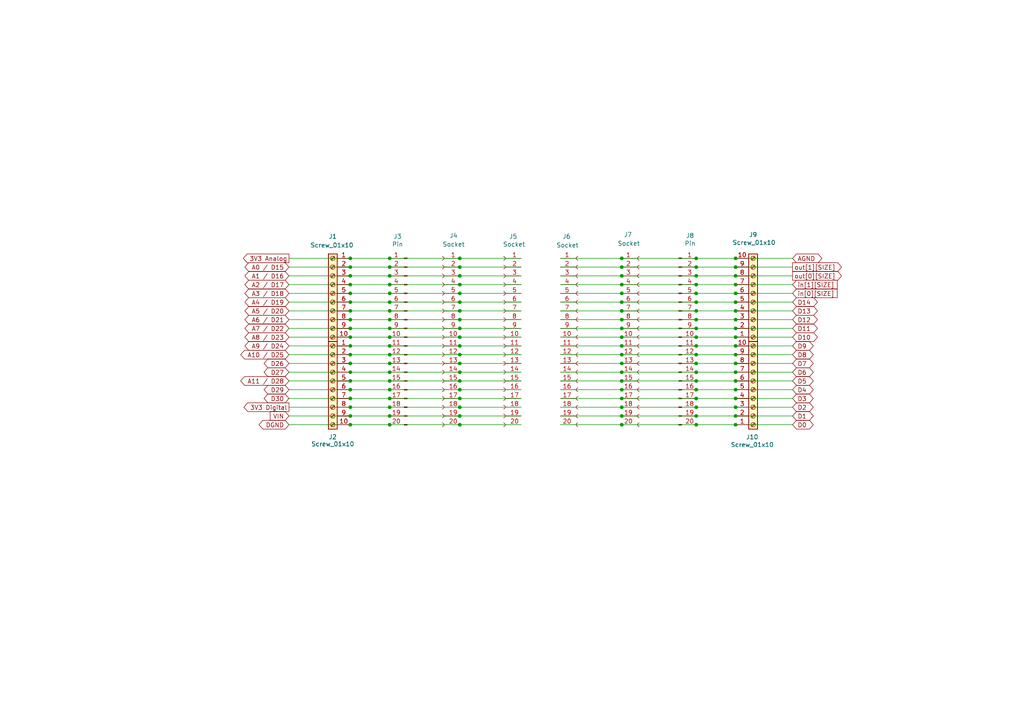
<source format=kicad_sch>
(kicad_sch (version 20250114) (generator "eeschema") (generator_version "9.0")
  (paper "A4")
  (title_block (title "Charge-Seed-Breakout") (date "2025-09-03") (rev "0.1") (company "clectric.diy") (comment 1 "Charles H. Leggett"))
  (lib_symbols
    (symbol "Connector:Conn_01x20_Pin" (pin_names (offset 1.016) (hide yes))
      (property "Reference" "J" (at 0 25.4 0))
      (property "Value" "Conn_01x20_Pin" (at 0 -27.94 0))
      (symbol "Conn_01x20_Pin_1_1"
        (rectangle (start 0.8636 22.987) (end 0 22.733) (stroke (width 0.1524)) (fill (type outline)))
        (rectangle (start 0.8636 20.447) (end 0 20.193) (stroke (width 0.1524)) (fill (type outline)))
        (rectangle (start 0.8636 17.907) (end 0 17.653) (stroke (width 0.1524)) (fill (type outline)))
        (rectangle (start 0.8636 15.367) (end 0 15.113) (stroke (width 0.1524)) (fill (type outline)))
        (rectangle (start 0.8636 12.827) (end 0 12.573) (stroke (width 0.1524)) (fill (type outline)))
        (rectangle (start 0.8636 10.287) (end 0 10.033) (stroke (width 0.1524)) (fill (type outline)))
        (rectangle (start 0.8636 7.747) (end 0 7.493) (stroke (width 0.1524)) (fill (type outline)))
        (rectangle (start 0.8636 5.207) (end 0 4.953) (stroke (width 0.1524)) (fill (type outline)))
        (rectangle (start 0.8636 2.667) (end 0 2.413) (stroke (width 0.1524)) (fill (type outline)))
        (rectangle (start 0.8636 0.127) (end 0 -0.127) (stroke (width 0.1524)) (fill (type outline)))
        (rectangle (start 0.8636 -2.413) (end 0 -2.667) (stroke (width 0.1524)) (fill (type outline)))
        (rectangle (start 0.8636 -4.953) (end 0 -5.207) (stroke (width 0.1524)) (fill (type outline)))
        (rectangle (start 0.8636 -7.493) (end 0 -7.747) (stroke (width 0.1524)) (fill (type outline)))
        (rectangle (start 0.8636 -10.033) (end 0 -10.287) (stroke (width 0.1524)) (fill (type outline)))
        (rectangle (start 0.8636 -12.573) (end 0 -12.827) (stroke (width 0.1524)) (fill (type outline)))
        (rectangle (start 0.8636 -15.113) (end 0 -15.367) (stroke (width 0.1524)) (fill (type outline)))
        (rectangle (start 0.8636 -17.653) (end 0 -17.907) (stroke (width 0.1524)) (fill (type outline)))
        (rectangle (start 0.8636 -20.193) (end 0 -20.447) (stroke (width 0.1524)) (fill (type outline)))
        (rectangle (start 0.8636 -22.733) (end 0 -22.987) (stroke (width 0.1524)) (fill (type outline)))
        (rectangle (start 0.8636 -25.273) (end 0 -25.527) (stroke (width 0.1524)) (fill (type outline)))
        (polyline (pts (xy 1.27 22.86) (xy 0.8636 22.86)) (stroke (width 0.1524)))
        (polyline (pts (xy 1.27 20.32) (xy 0.8636 20.32)) (stroke (width 0.1524)))
        (polyline (pts (xy 1.27 17.78) (xy 0.8636 17.78)) (stroke (width 0.1524)))
        (polyline (pts (xy 1.27 15.24) (xy 0.8636 15.24)) (stroke (width 0.1524)))
        (polyline (pts (xy 1.27 12.7) (xy 0.8636 12.7)) (stroke (width 0.1524)))
        (polyline (pts (xy 1.27 10.16) (xy 0.8636 10.16)) (stroke (width 0.1524)))
        (polyline (pts (xy 1.27 7.62) (xy 0.8636 7.62)) (stroke (width 0.1524)))
        (polyline (pts (xy 1.27 5.08) (xy 0.8636 5.08)) (stroke (width 0.1524)))
        (polyline (pts (xy 1.27 2.54) (xy 0.8636 2.54)) (stroke (width 0.1524)))
        (polyline (pts (xy 1.27 0) (xy 0.8636 0)) (stroke (width 0.1524)))
        (polyline (pts (xy 1.27 -2.54) (xy 0.8636 -2.54)) (stroke (width 0.1524)))
        (polyline (pts (xy 1.27 -5.08) (xy 0.8636 -5.08)) (stroke (width 0.1524)))
        (polyline (pts (xy 1.27 -7.62) (xy 0.8636 -7.62)) (stroke (width 0.1524)))
        (polyline (pts (xy 1.27 -10.16) (xy 0.8636 -10.16)) (stroke (width 0.1524)))
        (polyline (pts (xy 1.27 -12.7) (xy 0.8636 -12.7)) (stroke (width 0.1524)))
        (polyline (pts (xy 1.27 -15.24) (xy 0.8636 -15.24)) (stroke (width 0.1524)))
        (polyline (pts (xy 1.27 -17.78) (xy 0.8636 -17.78)) (stroke (width 0.1524)))
        (polyline (pts (xy 1.27 -20.32) (xy 0.8636 -20.32)) (stroke (width 0.1524)))
        (polyline (pts (xy 1.27 -22.86) (xy 0.8636 -22.86)) (stroke (width 0.1524)))
        (polyline (pts (xy 1.27 -25.4) (xy 0.8636 -25.4)) (stroke (width 0.1524)))
        (pin passive line (at 5.08 22.86 180) (length 3.81) (name "Pin_1") (number "1"))
        (pin passive line (at 5.08 20.32 180) (length 3.81) (name "Pin_2") (number "2"))
        (pin passive line (at 5.08 17.78 180) (length 3.81) (name "Pin_3") (number "3"))
        (pin passive line (at 5.08 15.24 180) (length 3.81) (name "Pin_4") (number "4"))
        (pin passive line (at 5.08 12.7 180) (length 3.81) (name "Pin_5") (number "5"))
        (pin passive line (at 5.08 10.16 180) (length 3.81) (name "Pin_6") (number "6"))
        (pin passive line (at 5.08 7.62 180) (length 3.81) (name "Pin_7") (number "7"))
        (pin passive line (at 5.08 5.08 180) (length 3.81) (name "Pin_8") (number "8"))
        (pin passive line (at 5.08 2.54 180) (length 3.81) (name "Pin_9") (number "9"))
        (pin passive line (at 5.08 0 180) (length 3.81) (name "Pin_10") (number "10"))
        (pin passive line (at 5.08 -2.54 180) (length 3.81) (name "Pin_11") (number "11"))
        (pin passive line (at 5.08 -5.08 180) (length 3.81) (name "Pin_12") (number "12"))
        (pin passive line (at 5.08 -7.62 180) (length 3.81) (name "Pin_13") (number "13"))
        (pin passive line (at 5.08 -10.16 180) (length 3.81) (name "Pin_14") (number "14"))
        (pin passive line (at 5.08 -12.7 180) (length 3.81) (name "Pin_15") (number "15"))
        (pin passive line (at 5.08 -15.24 180) (length 3.81) (name "Pin_16") (number "16"))
        (pin passive line (at 5.08 -17.78 180) (length 3.81) (name "Pin_17") (number "17"))
        (pin passive line (at 5.08 -20.32 180) (length 3.81) (name "Pin_18") (number "18"))
        (pin passive line (at 5.08 -22.86 180) (length 3.81) (name "Pin_19") (number "19"))
        (pin passive line (at 5.08 -25.4 180) (length 3.81) (name "Pin_20") (number "20"))
      )
    )
    (symbol "Connector:Conn_01x20_Socket" (pin_names (offset 1.016) (hide yes))
      (property "Reference" "J" (at 0 25.4 0))
      (property "Value" "Conn_01x20_Socket" (at 0 -27.94 0))
      (symbol "Conn_01x20_Socket_1_1"
        (polyline (pts (xy -1.27 22.86) (xy -0.508 22.86)) (stroke (width 0.1524)))
        (polyline (pts (xy -1.27 20.32) (xy -0.508 20.32)) (stroke (width 0.1524)))
        (polyline (pts (xy -1.27 17.78) (xy -0.508 17.78)) (stroke (width 0.1524)))
        (polyline (pts (xy -1.27 15.24) (xy -0.508 15.24)) (stroke (width 0.1524)))
        (polyline (pts (xy -1.27 12.7) (xy -0.508 12.7)) (stroke (width 0.1524)))
        (polyline (pts (xy -1.27 10.16) (xy -0.508 10.16)) (stroke (width 0.1524)))
        (polyline (pts (xy -1.27 7.62) (xy -0.508 7.62)) (stroke (width 0.1524)))
        (polyline (pts (xy -1.27 5.08) (xy -0.508 5.08)) (stroke (width 0.1524)))
        (polyline (pts (xy -1.27 2.54) (xy -0.508 2.54)) (stroke (width 0.1524)))
        (polyline (pts (xy -1.27 0) (xy -0.508 0)) (stroke (width 0.1524)))
        (polyline (pts (xy -1.27 -2.54) (xy -0.508 -2.54)) (stroke (width 0.1524)))
        (polyline (pts (xy -1.27 -5.08) (xy -0.508 -5.08)) (stroke (width 0.1524)))
        (polyline (pts (xy -1.27 -7.62) (xy -0.508 -7.62)) (stroke (width 0.1524)))
        (polyline (pts (xy -1.27 -10.16) (xy -0.508 -10.16)) (stroke (width 0.1524)))
        (polyline (pts (xy -1.27 -12.7) (xy -0.508 -12.7)) (stroke (width 0.1524)))
        (polyline (pts (xy -1.27 -15.24) (xy -0.508 -15.24)) (stroke (width 0.1524)))
        (polyline (pts (xy -1.27 -17.78) (xy -0.508 -17.78)) (stroke (width 0.1524)))
        (polyline (pts (xy -1.27 -20.32) (xy -0.508 -20.32)) (stroke (width 0.1524)))
        (polyline (pts (xy -1.27 -22.86) (xy -0.508 -22.86)) (stroke (width 0.1524)))
        (polyline (pts (xy -1.27 -25.4) (xy -0.508 -25.4)) (stroke (width 0.1524)))
        (arc (start 0 22.352) (mid -0.5058 22.86) (end 0 23.368) (stroke (width 0.1524)))
        (arc (start 0 19.812) (mid -0.5058 20.32) (end 0 20.828) (stroke (width 0.1524)))
        (arc (start 0 17.272) (mid -0.5058 17.78) (end 0 18.288) (stroke (width 0.1524)))
        (arc (start 0 14.732) (mid -0.5058 15.24) (end 0 15.748) (stroke (width 0.1524)))
        (arc (start 0 12.192) (mid -0.5058 12.7) (end 0 13.208) (stroke (width 0.1524)))
        (arc (start 0 9.652) (mid -0.5058 10.16) (end 0 10.668) (stroke (width 0.1524)))
        (arc (start 0 7.112) (mid -0.5058 7.62) (end 0 8.128) (stroke (width 0.1524)))
        (arc (start 0 4.572) (mid -0.5058 5.08) (end 0 5.588) (stroke (width 0.1524)))
        (arc (start 0 2.032) (mid -0.5058 2.54) (end 0 3.048) (stroke (width 0.1524)))
        (arc (start 0 -0.508) (mid -0.5058 0) (end 0 0.508) (stroke (width 0.1524)))
        (arc (start 0 -3.048) (mid -0.5058 -2.54) (end 0 -2.032) (stroke (width 0.1524)))
        (arc (start 0 -5.588) (mid -0.5058 -5.08) (end 0 -4.572) (stroke (width 0.1524)))
        (arc (start 0 -8.128) (mid -0.5058 -7.62) (end 0 -7.112) (stroke (width 0.1524)))
        (arc (start 0 -10.668) (mid -0.5058 -10.16) (end 0 -9.652) (stroke (width 0.1524)))
        (arc (start 0 -13.208) (mid -0.5058 -12.7) (end 0 -12.192) (stroke (width 0.1524)))
        (arc (start 0 -15.748) (mid -0.5058 -15.24) (end 0 -14.732) (stroke (width 0.1524)))
        (arc (start 0 -18.288) (mid -0.5058 -17.78) (end 0 -17.272) (stroke (width 0.1524)))
        (arc (start 0 -20.828) (mid -0.5058 -20.32) (end 0 -19.812) (stroke (width 0.1524)))
        (arc (start 0 -23.368) (mid -0.5058 -22.86) (end 0 -22.352) (stroke (width 0.1524)))
        (arc (start 0 -25.908) (mid -0.5058 -25.4) (end 0 -24.892) (stroke (width 0.1524)))
        (pin passive line (at -5.08 22.86 0) (length 3.81) (name "Pin_1") (number "1"))
        (pin passive line (at -5.08 20.32 0) (length 3.81) (name "Pin_2") (number "2"))
        (pin passive line (at -5.08 17.78 0) (length 3.81) (name "Pin_3") (number "3"))
        (pin passive line (at -5.08 15.24 0) (length 3.81) (name "Pin_4") (number "4"))
        (pin passive line (at -5.08 12.7 0) (length 3.81) (name "Pin_5") (number "5"))
        (pin passive line (at -5.08 10.16 0) (length 3.81) (name "Pin_6") (number "6"))
        (pin passive line (at -5.08 7.62 0) (length 3.81) (name "Pin_7") (number "7"))
        (pin passive line (at -5.08 5.08 0) (length 3.81) (name "Pin_8") (number "8"))
        (pin passive line (at -5.08 2.54 0) (length 3.81) (name "Pin_9") (number "9"))
        (pin passive line (at -5.08 0 0) (length 3.81) (name "Pin_10") (number "10"))
        (pin passive line (at -5.08 -2.54 0) (length 3.81) (name "Pin_11") (number "11"))
        (pin passive line (at -5.08 -5.08 0) (length 3.81) (name "Pin_12") (number "12"))
        (pin passive line (at -5.08 -7.62 0) (length 3.81) (name "Pin_13") (number "13"))
        (pin passive line (at -5.08 -10.16 0) (length 3.81) (name "Pin_14") (number "14"))
        (pin passive line (at -5.08 -12.7 0) (length 3.81) (name "Pin_15") (number "15"))
        (pin passive line (at -5.08 -15.24 0) (length 3.81) (name "Pin_16") (number "16"))
        (pin passive line (at -5.08 -17.78 0) (length 3.81) (name "Pin_17") (number "17"))
        (pin passive line (at -5.08 -20.32 0) (length 3.81) (name "Pin_18") (number "18"))
        (pin passive line (at -5.08 -22.86 0) (length 3.81) (name "Pin_19") (number "19"))
        (pin passive line (at -5.08 -25.4 0) (length 3.81) (name "Pin_20") (number "20"))
      )
    )
    (symbol "Connector:Screw_Terminal_01x10" (pin_names (offset 1.016) (hide yes))
      (property "Reference" "J" (at 0 12.7 0))
      (property "Value" "Screw_Terminal_01x10" (at 0 -15.24 0))
      (symbol "Screw_Terminal_01x10_1_1"
        (rectangle (start -1.27 11.43) (end 1.27 -13.97) (stroke (width 0.254)) (fill (type background)))
        (polyline (pts (xy -0.5334 10.4902) (xy 0.3302 9.652)) (stroke (width 0.1524)))
        (polyline (pts (xy -0.5334 7.9502) (xy 0.3302 7.112)) (stroke (width 0.1524)))
        (polyline (pts (xy -0.5334 5.4102) (xy 0.3302 4.572)) (stroke (width 0.1524)))
        (polyline (pts (xy -0.5334 2.8702) (xy 0.3302 2.032)) (stroke (width 0.1524)))
        (polyline (pts (xy -0.5334 0.3302) (xy 0.3302 -0.508)) (stroke (width 0.1524)))
        (polyline (pts (xy -0.5334 -2.2098) (xy 0.3302 -3.048)) (stroke (width 0.1524)))
        (polyline (pts (xy -0.5334 -4.7498) (xy 0.3302 -5.588)) (stroke (width 0.1524)))
        (polyline (pts (xy -0.5334 -7.2898) (xy 0.3302 -8.128)) (stroke (width 0.1524)))
        (polyline (pts (xy -0.5334 -9.8298) (xy 0.3302 -10.668)) (stroke (width 0.1524)))
        (polyline (pts (xy -0.5334 -12.3698) (xy 0.3302 -13.208)) (stroke (width 0.1524)))
        (polyline (pts (xy -0.3556 10.668) (xy 0.508 9.8298)) (stroke (width 0.1524)))
        (polyline (pts (xy -0.3556 8.128) (xy 0.508 7.2898)) (stroke (width 0.1524)))
        (polyline (pts (xy -0.3556 5.588) (xy 0.508 4.7498)) (stroke (width 0.1524)))
        (polyline (pts (xy -0.3556 3.048) (xy 0.508 2.2098)) (stroke (width 0.1524)))
        (polyline (pts (xy -0.3556 0.508) (xy 0.508 -0.3302)) (stroke (width 0.1524)))
        (polyline (pts (xy -0.3556 -2.032) (xy 0.508 -2.8702)) (stroke (width 0.1524)))
        (polyline (pts (xy -0.3556 -4.572) (xy 0.508 -5.4102)) (stroke (width 0.1524)))
        (polyline (pts (xy -0.3556 -7.112) (xy 0.508 -7.9502)) (stroke (width 0.1524)))
        (polyline (pts (xy -0.3556 -9.652) (xy 0.508 -10.4902)) (stroke (width 0.1524)))
        (polyline (pts (xy -0.3556 -12.192) (xy 0.508 -13.0302)) (stroke (width 0.1524)))
        (circle (center 0 10.16) (radius 0.635) (stroke (width 0.1524)))
        (circle (center 0 7.62) (radius 0.635) (stroke (width 0.1524)))
        (circle (center 0 5.08) (radius 0.635) (stroke (width 0.1524)))
        (circle (center 0 2.54) (radius 0.635) (stroke (width 0.1524)))
        (circle (center 0 0) (radius 0.635) (stroke (width 0.1524)))
        (circle (center 0 -2.54) (radius 0.635) (stroke (width 0.1524)))
        (circle (center 0 -5.08) (radius 0.635) (stroke (width 0.1524)))
        (circle (center 0 -7.62) (radius 0.635) (stroke (width 0.1524)))
        (circle (center 0 -10.16) (radius 0.635) (stroke (width 0.1524)))
        (circle (center 0 -12.7) (radius 0.635) (stroke (width 0.1524)))
        (pin passive line (at -5.08 10.16 0) (length 3.81) (name "Pin_1") (number "1"))
        (pin passive line (at -5.08 7.62 0) (length 3.81) (name "Pin_2") (number "2"))
        (pin passive line (at -5.08 5.08 0) (length 3.81) (name "Pin_3") (number "3"))
        (pin passive line (at -5.08 2.54 0) (length 3.81) (name "Pin_4") (number "4"))
        (pin passive line (at -5.08 0 0) (length 3.81) (name "Pin_5") (number "5"))
        (pin passive line (at -5.08 -2.54 0) (length 3.81) (name "Pin_6") (number "6"))
        (pin passive line (at -5.08 -5.08 0) (length 3.81) (name "Pin_7") (number "7"))
        (pin passive line (at -5.08 -7.62 0) (length 3.81) (name "Pin_8") (number "8"))
        (pin passive line (at -5.08 -10.16 0) (length 3.81) (name "Pin_9") (number "9"))
        (pin passive line (at -5.08 -12.7 0) (length 3.81) (name "Pin_10") (number "10"))
      )
    )
  )
  (junction (at 133.35 118.11))
  (junction (at 213.36 115.57))
  (junction (at 213.36 74.93))
  (junction (at 180.34 85.09))
  (junction (at 213.36 100.33))
  (junction (at 113.03 107.95))
  (junction (at 213.36 110.49))
  (junction (at 180.34 90.17))
  (junction (at 113.03 118.11))
  (junction (at 180.34 92.71))
  (junction (at 201.93 74.93))
  (junction (at 213.36 105.41))
  (junction (at 201.93 90.17))
  (junction (at 113.03 115.57))
  (junction (at 101.6 90.17))
  (junction (at 113.03 123.19))
  (junction (at 201.93 120.65))
  (junction (at 113.03 113.03))
  (junction (at 201.93 107.95))
  (junction (at 113.03 110.49))
  (junction (at 213.36 118.11))
  (junction (at 180.34 82.55))
  (junction (at 201.93 100.33))
  (junction (at 133.35 74.93))
  (junction (at 213.36 97.79))
  (junction (at 201.93 123.19))
  (junction (at 101.6 80.01))
  (junction (at 101.6 118.11))
  (junction (at 201.93 92.71))
  (junction (at 133.35 82.55))
  (junction (at 180.34 123.19))
  (junction (at 180.34 118.11))
  (junction (at 201.93 82.55))
  (junction (at 101.6 92.71))
  (junction (at 101.6 77.47))
  (junction (at 180.34 77.47))
  (junction (at 113.03 87.63))
  (junction (at 101.6 87.63))
  (junction (at 180.34 74.93))
  (junction (at 101.6 97.79))
  (junction (at 180.34 105.41))
  (junction (at 201.93 113.03))
  (junction (at 113.03 74.93))
  (junction (at 201.93 95.25))
  (junction (at 201.93 105.41))
  (junction (at 101.6 123.19))
  (junction (at 101.6 102.87))
  (junction (at 180.34 87.63))
  (junction (at 133.35 80.01))
  (junction (at 213.36 77.47))
  (junction (at 133.35 105.41))
  (junction (at 133.35 77.47))
  (junction (at 101.6 110.49))
  (junction (at 180.34 120.65))
  (junction (at 101.6 105.41))
  (junction (at 113.03 90.17))
  (junction (at 213.36 87.63))
  (junction (at 213.36 82.55))
  (junction (at 101.6 120.65))
  (junction (at 133.35 113.03))
  (junction (at 113.03 97.79))
  (junction (at 213.36 85.09))
  (junction (at 213.36 102.87))
  (junction (at 213.36 123.19))
  (junction (at 113.03 105.41))
  (junction (at 180.34 110.49))
  (junction (at 133.35 90.17))
  (junction (at 213.36 80.01))
  (junction (at 133.35 102.87))
  (junction (at 201.93 102.87))
  (junction (at 201.93 118.11))
  (junction (at 101.6 115.57))
  (junction (at 180.34 115.57))
  (junction (at 101.6 82.55))
  (junction (at 101.6 113.03))
  (junction (at 201.93 85.09))
  (junction (at 180.34 95.25))
  (junction (at 133.35 100.33))
  (junction (at 180.34 100.33))
  (junction (at 213.36 90.17))
  (junction (at 101.6 85.09))
  (junction (at 213.36 107.95))
  (junction (at 133.35 97.79))
  (junction (at 133.35 92.71))
  (junction (at 133.35 115.57))
  (junction (at 113.03 80.01))
  (junction (at 201.93 97.79))
  (junction (at 213.36 113.03))
  (junction (at 133.35 110.49))
  (junction (at 133.35 85.09))
  (junction (at 213.36 120.65))
  (junction (at 113.03 82.55))
  (junction (at 201.93 115.57))
  (junction (at 180.34 113.03))
  (junction (at 133.35 87.63))
  (junction (at 113.03 95.25))
  (junction (at 213.36 95.25))
  (junction (at 180.34 80.01))
  (junction (at 201.93 110.49))
  (junction (at 113.03 77.47))
  (junction (at 113.03 120.65))
  (junction (at 113.03 100.33))
  (junction (at 101.6 100.33))
  (junction (at 180.34 107.95))
  (junction (at 201.93 87.63))
  (junction (at 101.6 74.93))
  (junction (at 201.93 77.47))
  (junction (at 101.6 95.25))
  (junction (at 133.35 95.25))
  (junction (at 201.93 80.01))
  (junction (at 113.03 85.09))
  (junction (at 213.36 92.71))
  (junction (at 133.35 107.95))
  (junction (at 133.35 120.65))
  (junction (at 113.03 102.87))
  (junction (at 180.34 97.79))
  (junction (at 101.6 107.95))
  (junction (at 180.34 102.87))
  (junction (at 133.35 123.19))
  (junction (at 113.03 92.71))
  (wire (pts (xy 213.36 77.47) (xy 201.93 77.47)))
  (wire (pts (xy 213.36 118.11) (xy 229.87 118.11)))
  (wire (pts (xy 101.6 120.65) (xy 113.03 120.65)))
  (wire (pts (xy 201.93 102.87) (xy 213.36 102.87)))
  (wire (pts (xy 201.93 90.17) (xy 180.34 90.17)))
  (wire (pts (xy 162.56 95.25) (xy 180.34 95.25)))
  (wire (pts (xy 101.6 90.17) (xy 113.03 90.17)))
  (wire (pts (xy 113.03 90.17) (xy 133.35 90.17)))
  (wire (pts (xy 133.35 105.41) (xy 151.13 105.41)))
  (wire (pts (xy 133.35 115.57) (xy 151.13 115.57)))
  (wire (pts (xy 133.35 92.71) (xy 151.13 92.71)))
  (wire (pts (xy 162.56 100.33) (xy 180.34 100.33)))
  (wire (pts (xy 101.6 115.57) (xy 113.03 115.57)))
  (wire (pts (xy 201.93 105.41) (xy 180.34 105.41)))
  (wire (pts (xy 201.93 123.19) (xy 213.36 123.19)))
  (wire (pts (xy 133.35 100.33) (xy 151.13 100.33)))
  (wire (pts (xy 213.36 92.71) (xy 201.93 92.71)))
  (wire (pts (xy 180.34 115.57) (xy 201.93 115.57)))
  (wire (pts (xy 83.82 82.55) (xy 101.6 82.55)))
  (wire (pts (xy 133.35 120.65) (xy 151.13 120.65)))
  (wire (pts (xy 201.93 110.49) (xy 180.34 110.49)))
  (wire (pts (xy 180.34 123.19) (xy 201.93 123.19)))
  (wire (pts (xy 180.34 80.01) (xy 201.93 80.01)))
  (wire (pts (xy 180.34 77.47) (xy 201.93 77.47)))
  (wire (pts (xy 113.03 74.93) (xy 133.35 74.93)))
  (wire (pts (xy 162.56 107.95) (xy 180.34 107.95)))
  (wire (pts (xy 83.82 90.17) (xy 101.6 90.17)))
  (wire (pts (xy 113.03 118.11) (xy 133.35 118.11)))
  (wire (pts (xy 201.93 74.93) (xy 213.36 74.93)))
  (wire (pts (xy 133.35 77.47) (xy 151.13 77.47)))
  (wire (pts (xy 180.34 120.65) (xy 201.93 120.65)))
  (wire (pts (xy 213.36 100.33) (xy 229.87 100.33)))
  (wire (pts (xy 113.03 105.41) (xy 133.35 105.41)))
  (wire (pts (xy 101.6 105.41) (xy 113.03 105.41)))
  (wire (pts (xy 101.6 95.25) (xy 113.03 95.25)))
  (wire (pts (xy 213.36 105.41) (xy 229.87 105.41)))
  (wire (pts (xy 213.36 95.25) (xy 201.93 95.25)))
  (wire (pts (xy 101.6 92.71) (xy 113.03 92.71)))
  (wire (pts (xy 83.82 77.47) (xy 101.6 77.47)))
  (wire (pts (xy 213.36 105.41) (xy 201.93 105.41)))
  (wire (pts (xy 162.56 115.57) (xy 180.34 115.57)))
  (wire (pts (xy 162.56 102.87) (xy 180.34 102.87)))
  (wire (pts (xy 83.82 74.93) (xy 101.6 74.93)))
  (wire (pts (xy 133.35 123.19) (xy 151.13 123.19)))
  (wire (pts (xy 201.93 97.79) (xy 180.34 97.79)))
  (wire (pts (xy 213.36 90.17) (xy 229.87 90.17)))
  (wire (pts (xy 213.36 87.63) (xy 201.93 87.63)))
  (wire (pts (xy 180.34 113.03) (xy 201.93 113.03)))
  (wire (pts (xy 101.6 100.33) (xy 113.03 100.33)))
  (wire (pts (xy 162.56 118.11) (xy 180.34 118.11)))
  (wire (pts (xy 213.36 102.87) (xy 229.87 102.87)))
  (wire (pts (xy 83.82 87.63) (xy 101.6 87.63)))
  (wire (pts (xy 101.6 80.01) (xy 113.03 80.01)))
  (wire (pts (xy 213.36 95.25) (xy 229.87 95.25)))
  (wire (pts (xy 101.6 82.55) (xy 113.03 82.55)))
  (wire (pts (xy 213.36 97.79) (xy 201.93 97.79)))
  (wire (pts (xy 133.35 82.55) (xy 151.13 82.55)))
  (wire (pts (xy 201.93 100.33) (xy 180.34 100.33)))
  (wire (pts (xy 133.35 90.17) (xy 151.13 90.17)))
  (wire (pts (xy 83.82 85.09) (xy 101.6 85.09)))
  (wire (pts (xy 83.82 123.19) (xy 101.6 123.19)))
  (wire (pts (xy 162.56 97.79) (xy 180.34 97.79)))
  (wire (pts (xy 180.34 95.25) (xy 201.93 95.25)))
  (wire (pts (xy 201.93 92.71) (xy 180.34 92.71)))
  (wire (pts (xy 113.03 80.01) (xy 133.35 80.01)))
  (wire (pts (xy 83.82 120.65) (xy 101.6 120.65)))
  (wire (pts (xy 101.6 87.63) (xy 113.03 87.63)))
  (wire (pts (xy 101.6 74.93) (xy 113.03 74.93)))
  (wire (pts (xy 101.6 110.49) (xy 113.03 110.49)))
  (wire (pts (xy 113.03 115.57) (xy 133.35 115.57)))
  (wire (pts (xy 133.35 118.11) (xy 151.13 118.11)))
  (wire (pts (xy 201.93 110.49) (xy 213.36 110.49)))
  (wire (pts (xy 213.36 77.47) (xy 229.87 77.47)))
  (wire (pts (xy 162.56 120.65) (xy 180.34 120.65)))
  (wire (pts (xy 83.82 118.11) (xy 101.6 118.11)))
  (wire (pts (xy 113.03 100.33) (xy 133.35 100.33)))
  (wire (pts (xy 162.56 90.17) (xy 180.34 90.17)))
  (wire (pts (xy 213.36 110.49) (xy 229.87 110.49)))
  (wire (pts (xy 180.34 107.95) (xy 201.93 107.95)))
  (wire (pts (xy 213.36 80.01) (xy 229.87 80.01)))
  (wire (pts (xy 162.56 110.49) (xy 180.34 110.49)))
  (wire (pts (xy 133.35 97.79) (xy 151.13 97.79)))
  (wire (pts (xy 201.93 120.65) (xy 213.36 120.65)))
  (wire (pts (xy 113.03 113.03) (xy 133.35 113.03)))
  (wire (pts (xy 83.82 105.41) (xy 101.6 105.41)))
  (wire (pts (xy 201.93 85.09) (xy 180.34 85.09)))
  (wire (pts (xy 83.82 80.01) (xy 101.6 80.01)))
  (wire (pts (xy 162.56 92.71) (xy 180.34 92.71)))
  (wire (pts (xy 201.93 87.63) (xy 180.34 87.63)))
  (wire (pts (xy 180.34 102.87) (xy 201.93 102.87)))
  (wire (pts (xy 213.36 82.55) (xy 201.93 82.55)))
  (wire (pts (xy 133.35 87.63) (xy 151.13 87.63)))
  (wire (pts (xy 83.82 115.57) (xy 101.6 115.57)))
  (wire (pts (xy 113.03 123.19) (xy 133.35 123.19)))
  (wire (pts (xy 113.03 120.65) (xy 133.35 120.65)))
  (wire (pts (xy 180.34 74.93) (xy 201.93 74.93)))
  (wire (pts (xy 162.56 123.19) (xy 180.34 123.19)))
  (wire (pts (xy 162.56 105.41) (xy 180.34 105.41)))
  (wire (pts (xy 213.36 113.03) (xy 229.87 113.03)))
  (wire (pts (xy 113.03 87.63) (xy 133.35 87.63)))
  (wire (pts (xy 83.82 102.87) (xy 101.6 102.87)))
  (wire (pts (xy 162.56 74.93) (xy 180.34 74.93)))
  (wire (pts (xy 113.03 110.49) (xy 133.35 110.49)))
  (wire (pts (xy 101.6 97.79) (xy 113.03 97.79)))
  (wire (pts (xy 201.93 113.03) (xy 213.36 113.03)))
  (wire (pts (xy 162.56 77.47) (xy 180.34 77.47)))
  (wire (pts (xy 213.36 87.63) (xy 229.87 87.63)))
  (wire (pts (xy 101.6 102.87) (xy 113.03 102.87)))
  (wire (pts (xy 113.03 82.55) (xy 133.35 82.55)))
  (wire (pts (xy 133.35 110.49) (xy 151.13 110.49)))
  (wire (pts (xy 101.6 118.11) (xy 113.03 118.11)))
  (wire (pts (xy 113.03 85.09) (xy 133.35 85.09)))
  (wire (pts (xy 213.36 85.09) (xy 201.93 85.09)))
  (wire (pts (xy 113.03 77.47) (xy 133.35 77.47)))
  (wire (pts (xy 83.82 95.25) (xy 101.6 95.25)))
  (wire (pts (xy 133.35 107.95) (xy 151.13 107.95)))
  (wire (pts (xy 213.36 74.93) (xy 229.87 74.93)))
  (wire (pts (xy 101.6 107.95) (xy 113.03 107.95)))
  (wire (pts (xy 213.36 80.01) (xy 201.93 80.01)))
  (wire (pts (xy 113.03 97.79) (xy 133.35 97.79)))
  (wire (pts (xy 133.35 102.87) (xy 151.13 102.87)))
  (wire (pts (xy 201.93 82.55) (xy 180.34 82.55)))
  (wire (pts (xy 83.82 113.03) (xy 101.6 113.03)))
  (wire (pts (xy 201.93 115.57) (xy 213.36 115.57)))
  (wire (pts (xy 213.36 82.55) (xy 229.87 82.55)))
  (wire (pts (xy 162.56 87.63) (xy 180.34 87.63)))
  (wire (pts (xy 133.35 85.09) (xy 151.13 85.09)))
  (wire (pts (xy 162.56 85.09) (xy 180.34 85.09)))
  (wire (pts (xy 213.36 123.19) (xy 229.87 123.19)))
  (wire (pts (xy 83.82 97.79) (xy 101.6 97.79)))
  (wire (pts (xy 162.56 82.55) (xy 180.34 82.55)))
  (wire (pts (xy 113.03 107.95) (xy 133.35 107.95)))
  (wire (pts (xy 113.03 95.25) (xy 133.35 95.25)))
  (wire (pts (xy 101.6 85.09) (xy 113.03 85.09)))
  (wire (pts (xy 213.36 85.09) (xy 229.87 85.09)))
  (wire (pts (xy 113.03 102.87) (xy 133.35 102.87)))
  (wire (pts (xy 162.56 80.01) (xy 180.34 80.01)))
  (wire (pts (xy 213.36 118.11) (xy 201.93 118.11)))
  (wire (pts (xy 83.82 107.95) (xy 101.6 107.95)))
  (wire (pts (xy 213.36 97.79) (xy 229.87 97.79)))
  (wire (pts (xy 133.35 74.93) (xy 151.13 74.93)))
  (wire (pts (xy 213.36 120.65) (xy 229.87 120.65)))
  (wire (pts (xy 213.36 107.95) (xy 201.93 107.95)))
  (wire (pts (xy 83.82 92.71) (xy 101.6 92.71)))
  (wire (pts (xy 213.36 115.57) (xy 229.87 115.57)))
  (wire (pts (xy 133.35 80.01) (xy 151.13 80.01)))
  (wire (pts (xy 162.56 113.03) (xy 180.34 113.03)))
  (wire (pts (xy 101.6 113.03) (xy 113.03 113.03)))
  (wire (pts (xy 133.35 95.25) (xy 151.13 95.25)))
  (wire (pts (xy 213.36 107.95) (xy 229.87 107.95)))
  (wire (pts (xy 83.82 110.49) (xy 101.6 110.49)))
  (wire (pts (xy 113.03 92.71) (xy 133.35 92.71)))
  (wire (pts (xy 180.34 118.11) (xy 201.93 118.11)))
  (wire (pts (xy 213.36 100.33) (xy 201.93 100.33)))
  (wire (pts (xy 101.6 77.47) (xy 113.03 77.47)))
  (wire (pts (xy 213.36 92.71) (xy 229.87 92.71)))
  (wire (pts (xy 133.35 113.03) (xy 151.13 113.03)))
  (wire (pts (xy 83.82 100.33) (xy 101.6 100.33)))
  (wire (pts (xy 101.6 123.19) (xy 113.03 123.19)))
  (wire (pts (xy 213.36 90.17) (xy 201.93 90.17)))
  (global_label "D1" (shape bidirectional) (at 229.87 120.65 0) (property "Intersheetrefs" "${INTERSHEET_REFS}" (effects (hide yes))))
  (global_label "D0" (shape bidirectional) (at 229.87 123.19 0) (property "Intersheetrefs" "${INTERSHEET_REFS}" (effects (hide yes))))
  (global_label "D5" (shape bidirectional) (at 229.87 110.49 0) (property "Intersheetrefs" "${INTERSHEET_REFS}" (effects (hide yes))))
  (global_label "D4" (shape bidirectional) (at 229.87 113.03 0) (property "Intersheetrefs" "${INTERSHEET_REFS}" (effects (hide yes))))
  (global_label "D3" (shape bidirectional) (at 229.87 115.57 0) (property "Intersheetrefs" "${INTERSHEET_REFS}" (effects (hide yes))))
  (global_label "D2" (shape bidirectional) (at 229.87 118.11 0) (property "Intersheetrefs" "${INTERSHEET_REFS}" (effects (hide yes))))
  (global_label "D11" (shape bidirectional) (at 229.87 95.25 0) (property "Intersheetrefs" "${INTERSHEET_REFS}" (effects (hide yes))))
  (global_label "D10" (shape bidirectional) (at 229.87 97.79 0) (property "Intersheetrefs" "${INTERSHEET_REFS}" (effects (hide yes))))
  (global_label "D7" (shape bidirectional) (at 229.87 105.41 0) (property "Intersheetrefs" "${INTERSHEET_REFS}" (effects (hide yes))))
  (global_label "D12" (shape bidirectional) (at 229.87 92.71 0) (property "Intersheetrefs" "${INTERSHEET_REFS}" (effects (hide yes))))
  (global_label "D9" (shape bidirectional) (at 229.87 100.33 0) (property "Intersheetrefs" "${INTERSHEET_REFS}" (effects (hide yes))))
  (global_label "D8" (shape bidirectional) (at 229.87 102.87 0) (property "Intersheetrefs" "${INTERSHEET_REFS}" (effects (hide yes))))
  (global_label "D6" (shape bidirectional) (at 229.87 107.95 0) (property "Intersheetrefs" "${INTERSHEET_REFS}" (effects (hide yes))))
  (global_label "D14" (shape bidirectional) (at 229.87 87.63 0) (property "Intersheetrefs" "${INTERSHEET_REFS}" (effects (hide yes))))
  (global_label "D13" (shape bidirectional) (at 229.87 90.17 0) (property "Intersheetrefs" "${INTERSHEET_REFS}" (effects (hide yes))))
  (global_label "A10 {slash} D25" (shape bidirectional) (at 83.82 102.87 180) (property "Intersheetrefs" "${INTERSHEET_REFS}" (effects (hide yes))))
  (global_label "D27" (shape bidirectional) (at 83.82 107.95 180) (property "Intersheetrefs" "${INTERSHEET_REFS}" (effects (hide yes))))
  (global_label "A11 {slash} D28" (shape bidirectional) (at 83.82 110.49 180) (property "Intersheetrefs" "${INTERSHEET_REFS}" (effects (hide yes))))
  (global_label "D26" (shape bidirectional) (at 83.82 105.41 180) (property "Intersheetrefs" "${INTERSHEET_REFS}" (effects (hide yes))))
  (global_label "D29" (shape bidirectional) (at 83.82 113.03 180) (property "Intersheetrefs" "${INTERSHEET_REFS}" (effects (hide yes))))
  (global_label "3V3 Digital" (shape output) (at 83.82 118.11 180) (property "Intersheetrefs" "${INTERSHEET_REFS}" (effects (hide yes))))
  (global_label "VIN" (shape input) (at 83.82 120.65 180) (property "Intersheetrefs" "${INTERSHEET_REFS}" (effects (hide yes))))
  (global_label "D30" (shape bidirectional) (at 83.82 115.57 180) (property "Intersheetrefs" "${INTERSHEET_REFS}" (effects (hide yes))))
  (global_label "DGND" (shape bidirectional) (at 83.82 123.19 180) (property "Intersheetrefs" "${INTERSHEET_REFS}" (effects (hide yes))))
  (global_label "A4 {slash} D19" (shape bidirectional) (at 83.82 87.63 180) (property "Intersheetrefs" "${INTERSHEET_REFS}" (effects (hide yes))))
  (global_label "A6 {slash} D21" (shape bidirectional) (at 83.82 92.71 180) (property "Intersheetrefs" "${INTERSHEET_REFS}" (effects (hide yes))))
  (global_label "A5 {slash} D20" (shape bidirectional) (at 83.82 90.17 180) (property "Intersheetrefs" "${INTERSHEET_REFS}" (effects (hide yes))))
  (global_label "A7 {slash} D22" (shape bidirectional) (at 83.82 95.25 180) (property "Intersheetrefs" "${INTERSHEET_REFS}" (effects (hide yes))))
  (global_label "A8 {slash} D23" (shape bidirectional) (at 83.82 97.79 180) (property "Intersheetrefs" "${INTERSHEET_REFS}" (effects (hide yes))))
  (global_label "A9 {slash} D24" (shape bidirectional) (at 83.82 100.33 180) (property "Intersheetrefs" "${INTERSHEET_REFS}" (effects (hide yes))))
  (global_label "3V3 Analog" (shape output) (at 83.82 74.93 180) (property "Intersheetrefs" "${INTERSHEET_REFS}" (effects (hide yes))))
  (global_label "A0 {slash} D15" (shape bidirectional) (at 83.82 77.47 180) (property "Intersheetrefs" "${INTERSHEET_REFS}" (effects (hide yes))))
  (global_label "A2 {slash} D17" (shape bidirectional) (at 83.82 82.55 180) (property "Intersheetrefs" "${INTERSHEET_REFS}" (effects (hide yes))))
  (global_label "A1 {slash} D16" (shape bidirectional) (at 83.82 80.01 180) (property "Intersheetrefs" "${INTERSHEET_REFS}" (effects (hide yes))))
  (global_label "A3 {slash} D18" (shape bidirectional) (at 83.82 85.09 180) (property "Intersheetrefs" "${INTERSHEET_REFS}" (effects (hide yes))))
  (global_label "in[0][SIZE]" (shape input) (at 229.87 85.09 0) (property "Intersheetrefs" "${INTERSHEET_REFS}" (effects (hide yes))))
  (global_label "out[1][SIZE]" (shape output) (at 229.87 77.47 0) (property "Intersheetrefs" "${INTERSHEET_REFS}" (effects (hide yes))))
  (global_label "AGND" (shape bidirectional) (at 229.87 74.93 0) (property "Intersheetrefs" "${INTERSHEET_REFS}" (effects (hide yes))))
  (global_label "out[0][SIZE]" (shape output) (at 229.87 80.01 0) (property "Intersheetrefs" "${INTERSHEET_REFS}" (effects (hide yes))))
  (global_label "in[1][SIZE]" (shape input) (at 229.87 82.55 0) (property "Intersheetrefs" "${INTERSHEET_REFS}" (effects (hide yes))))
  (symbol (lib_id "Connector:Conn_01x20_Socket") (at 185.42 97.79 0) (unit 1)
    (property "Reference" "J7" (at 182.118 68.072 0))
    (property "Value" "Socket" (at 182.372 70.612 0))
    (property "Footprint" "Connector_PinSocket_2.54mm:PinSocket_1x20_P2.54mm_Vertical" (effects (hide yes)))
    (property "Description" "Generic connector, single row, 01x20, script generated" (effects (hide yes)))
  )
  (symbol (lib_id "Connector:Screw_Terminal_01x10") (at 218.44 87.63 0) (mirror x) (unit 1)
    (property "Reference" "J9" (at 218.44 68.072 0))
    (property "Value" "Screw_01x10" (at 218.694 70.358 0))
    (property "Footprint" "TerminalBlock_Phoenix_MPT-0,5-10-2.54_1x10_P2.54mm_Horizontal" (effects (hide yes)))
    (property "Description" "Generic screw terminal, single row, 01x10, script generated (kicad-library-utils/schlib/autogen/connector/)" (effects (hide yes)))
  )
  (symbol (lib_id "Connector:Screw_Terminal_01x10") (at 96.52 85.09 0) (mirror y) (unit 1)
    (property "Reference" "J1" (at 96.52 68.58 0))
    (property "Value" "Screw_01x10" (at 96.266 71.12 0))
    (property "Footprint" "TerminalBlock_Phoenix:TerminalBlock_Phoenix_MPT-0,5-10-2.54_1x10_P2.54mm_Horizontal" (effects (hide yes)))
    (property "Description" "Generic screw terminal, single row, 01x10, script generated (kicad-library-utils/schlib/autogen/connector/)" (effects (hide yes)))
  )
  (symbol (lib_id "Connector:Conn_01x20_Socket") (at 146.05 97.79 0) (mirror y) (unit 1)
    (property "Reference" "J5" (at 148.844 68.58 0))
    (property "Value" "Socket" (at 149.098 70.866 0))
    (property "Footprint" "Connector_PinSocket_2.54mm:PinSocket_1x20_P2.54mm_Vertical" (effects (hide yes)))
    (property "Description" "Generic connector, single row, 01x20, script generated" (effects (hide yes)))
  )
  (symbol (lib_id "Connector:Conn_01x20_Socket") (at 167.64 97.79 0) (unit 1)
    (property "Reference" "J6" (at 164.338 68.58 0))
    (property "Value" "Socket" (at 164.592 71.12 0))
    (property "Footprint" "Connector_PinSocket_2.54mm:PinSocket_1x20_P2.54mm_Vertical" (effects (hide yes)))
    (property "Description" "Generic connector, single row, 01x20, script generated" (effects (hide yes)))
  )
  (symbol (lib_id "Connector:Conn_01x20_Pin") (at 196.85 97.79 0) (unit 1)
    (property "Reference" "J8" (at 200.152 68.326 0))
    (property "Value" "Pin" (at 200.152 70.612 0))
    (property "Footprint" "Connector_PinHeader_2.54mm:PinHeader_1x20_P2.54mm_Vertical" (effects (hide yes)))
    (property "Description" "Generic connector, single row, 01x20, script generated" (effects (hide yes)))
  )
  (symbol (lib_id "Connector:Screw_Terminal_01x10") (at 96.52 110.49 0) (mirror y) (unit 1)
    (property "Reference" "J2" (at 96.52 126.746 0))
    (property "Value" "Screw_01x10" (at 96.52 128.778 0))
    (property "Footprint" "TerminalBlock_Phoenix:TerminalBlock_Phoenix_MPT-0,5-10-2.54_1x10_P2.54mm_Horizontal" (effects (hide yes)))
    (property "Description" "Generic screw terminal, single row, 01x10, script generated (kicad-library-utils/schlib/autogen/connector/)" (effects (hide yes)))
  )
  (symbol (lib_id "Connector:Conn_01x20_Pin") (at 118.11 97.79 0) (mirror y) (unit 1)
    (property "Reference" "J3" (at 115.316 68.58 0))
    (property "Value" "Pin" (at 115.316 70.866 0))
    (property "Footprint" "Connector_PinHeader_2.54mm:PinHeader_1x20_P2.54mm_Vertical" (effects (hide yes)))
    (property "Description" "Generic connector, single row, 01x20, script generated" (effects (hide yes)))
  )
  (symbol (lib_id "Connector:Conn_01x20_Socket") (at 128.27 97.79 0) (mirror y) (unit 1)
    (property "Reference" "J4" (at 131.572 68.326 0))
    (property "Value" "Socket" (at 131.572 70.866 0))
    (property "Footprint" "Connector_PinSocket_2.54mm:PinSocket_1x20_P2.54mm_Vertical" (effects (hide yes)))
    (property "Description" "Generic connector, single row, 01x20, script generated" (effects (hide yes)))
  )
  (symbol (lib_id "Connector:Screw_Terminal_01x10") (at 218.44 113.03 0) (mirror x) (unit 1)
    (property "Reference" "J10" (at 218.186 126.746 0))
    (property "Value" "Screw_01x10" (at 218.186 128.27 0) (effects (justify bottom)))
    (property "Footprint" "TerminalBlock_Phoenix_MPT-0,5-10-2.54_1x10_P2.54mm_Horizontal" (effects (hide yes)))
    (property "Description" "Generic screw terminal, single row, 01x10, script generated (kicad-library-utils/schlib/autogen/connector/)" (effects (hide yes)))
  )
)
</source>
